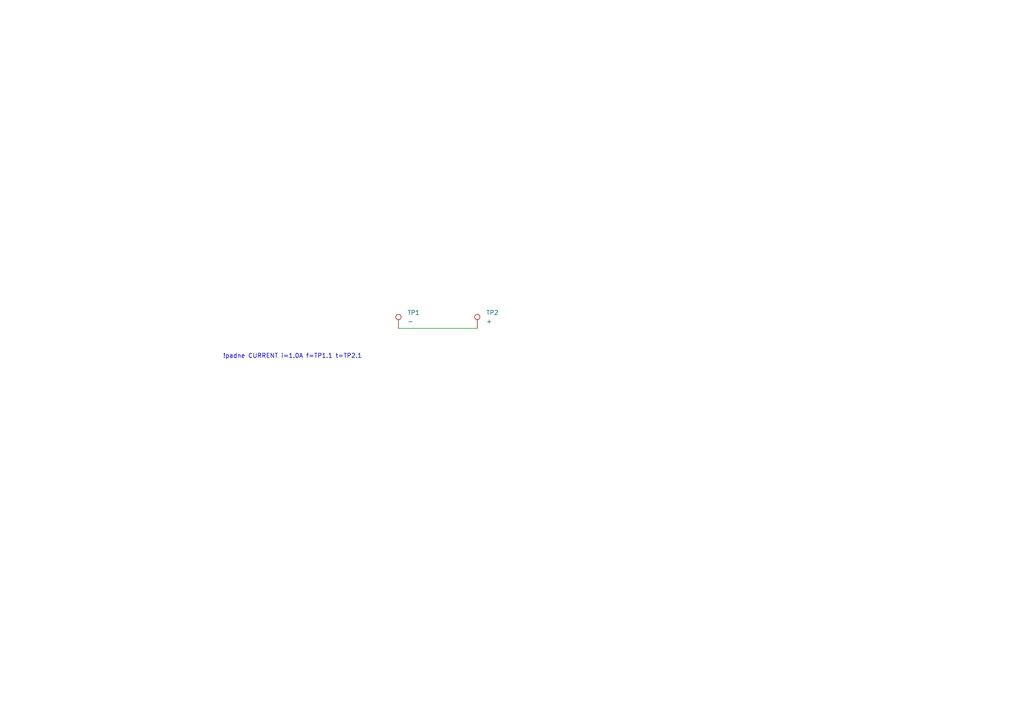
<source format=kicad_sch>
(kicad_sch (version 20231120) (generator "eeschema") (generator_version "8.0")
  (paper "A4")
  (lib_symbols
    (symbol "Connector:TestPoint" (pin_numbers hide) (pin_names (offset 0.762) hide)
      (property "Reference" "TP" (at 0 6.858 0))
      (property "Value" "TestPoint" (at 0 5.08 0))
      (symbol "TestPoint_0_1"
        (circle (center 0 3.302) (radius 0.762))
      )
      (symbol "TestPoint_1_1"
        (pin passive line (at 0 0 90) (length 2.54) (name "1") (number "1"))
      )
    )
  )
  (wire (pts (xy 115.57 95.25) (xy 138.43 95.25)))
  (text "!padne CURRENT i=1.0A f=TP1.1 t=TP2.1" (at 84.836 103.378 0) (effects (font (size 1.27 1.27))))
  (symbol (lib_id "Connector:TestPoint") (at 115.57 95.25 0) (unit 1)
    (property "Reference" "TP1" (at 118.11 90.6779 0) (effects (justify left)))
    (property "Value" "-" (at 118.11 93.2179 0) (effects (justify left)))
    (property "Footprint" "TestPoint:TestPoint_Plated_Hole_D5.0mm" (effects (hide yes)))
    (property "Description" "test point" (effects (hide yes)))
  )
  (symbol (lib_id "Connector:TestPoint") (at 138.43 95.25 0) (unit 1)
    (property "Reference" "TP2" (at 140.97 90.6779 0) (effects (justify left)))
    (property "Value" "+" (at 140.97 93.2179 0) (effects (justify left)))
    (property "Footprint" "TestPoint:TestPoint_Plated_Hole_D5.0mm" (effects (hide yes)))
    (property "Description" "test point" (effects (hide yes)))
  )
)
</source>
